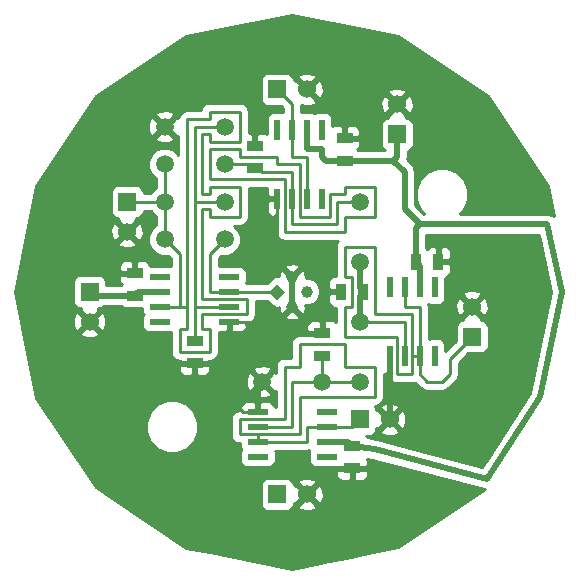
<source format=gbl>
G04 (created by PCBNEW (2013-07-07 BZR 4022)-stable) date 6/29/2014 3:42:37 PM*
%MOIN*%
G04 Gerber Fmt 3.4, Leading zero omitted, Abs format*
%FSLAX34Y34*%
G01*
G70*
G90*
G04 APERTURE LIST*
%ADD10C,0.00590551*%
%ADD11R,0.055X0.035*%
%ADD12R,0.035X0.055*%
%ADD13C,0.059*%
%ADD14R,0.06X0.06*%
%ADD15C,0.06*%
%ADD16C,0.039*%
%ADD17R,0.07X0.019*%
%ADD18R,0.019X0.07*%
%ADD19C,0.01*%
%ADD20C,0.02*%
G04 APERTURE END LIST*
G54D10*
G54D11*
X76500Y-62125D03*
X76500Y-61375D03*
X83750Y-67125D03*
X83750Y-67875D03*
G54D12*
X85875Y-61000D03*
X86625Y-61000D03*
G54D11*
X83500Y-57625D03*
X83500Y-56875D03*
X82750Y-64125D03*
X82750Y-63375D03*
G54D12*
X84125Y-62000D03*
X83375Y-62000D03*
G54D11*
X80500Y-57875D03*
X80500Y-57125D03*
X78500Y-63625D03*
X78500Y-64375D03*
G54D13*
X82750Y-65000D03*
X80750Y-65000D03*
X84000Y-63000D03*
X84000Y-65000D03*
X84000Y-59000D03*
X84000Y-61000D03*
X77500Y-57750D03*
X79500Y-57750D03*
X77500Y-60250D03*
X79500Y-60250D03*
X79500Y-56500D03*
X77500Y-56500D03*
X77500Y-59000D03*
X79500Y-59000D03*
G54D14*
X81250Y-68750D03*
G54D15*
X82250Y-68750D03*
G54D10*
G36*
X81250Y-62275D02*
X80974Y-62000D01*
X81250Y-61724D01*
X81525Y-62000D01*
X81250Y-62275D01*
X81250Y-62275D01*
G37*
G54D16*
X82250Y-62000D03*
X81750Y-61500D03*
X81750Y-62500D03*
G54D14*
X76250Y-59000D03*
G54D15*
X76250Y-60000D03*
G54D14*
X81250Y-55250D03*
G54D15*
X82250Y-55250D03*
G54D14*
X87750Y-63500D03*
G54D15*
X87750Y-62500D03*
G54D14*
X84000Y-66250D03*
G54D15*
X85000Y-66250D03*
G54D17*
X80600Y-67500D03*
X80600Y-67000D03*
X80600Y-66500D03*
X80600Y-66000D03*
X82900Y-66000D03*
X82900Y-66500D03*
X82900Y-67000D03*
X82900Y-67500D03*
G54D18*
X86500Y-64150D03*
X86000Y-64150D03*
X85500Y-64150D03*
X85000Y-64150D03*
X85000Y-61850D03*
X85500Y-61850D03*
X86000Y-61850D03*
X86500Y-61850D03*
X82750Y-58900D03*
X82250Y-58900D03*
X81750Y-58900D03*
X81250Y-58900D03*
X81250Y-56600D03*
X81750Y-56600D03*
X82250Y-56600D03*
X82750Y-56600D03*
G54D17*
X79650Y-61500D03*
X79650Y-62000D03*
X79650Y-62500D03*
X79650Y-63000D03*
X77350Y-63000D03*
X77350Y-62500D03*
X77350Y-62000D03*
X77350Y-61500D03*
G54D14*
X85250Y-56750D03*
G54D15*
X85250Y-55750D03*
G54D14*
X75000Y-62000D03*
G54D15*
X75000Y-63000D03*
G54D19*
X84250Y-59500D02*
X84500Y-59500D01*
X83000Y-59500D02*
X83000Y-58750D01*
X83500Y-59500D02*
X83500Y-60000D01*
X81500Y-59500D02*
X81500Y-60000D01*
X82000Y-59500D02*
X82000Y-58250D01*
X80000Y-58250D02*
X79000Y-58250D01*
X81500Y-58250D02*
X81500Y-59500D01*
X80000Y-58250D02*
X81500Y-58250D01*
X82000Y-57750D02*
X82000Y-58000D01*
X81250Y-57750D02*
X82000Y-57750D01*
X81250Y-57500D02*
X81250Y-57750D01*
X80000Y-57500D02*
X81250Y-57500D01*
X80000Y-57250D02*
X80000Y-57500D01*
X79000Y-57250D02*
X80000Y-57250D01*
X79000Y-58250D02*
X79000Y-57250D01*
X82000Y-58250D02*
X82000Y-58000D01*
X83000Y-59500D02*
X82000Y-59500D01*
X81500Y-60000D02*
X83000Y-60000D01*
X83000Y-60000D02*
X83500Y-60000D01*
X83000Y-58750D02*
X83500Y-58750D01*
X84250Y-59500D02*
X83500Y-59500D01*
X83500Y-58500D02*
X83500Y-58750D01*
X84500Y-58500D02*
X83500Y-58500D01*
X84500Y-59500D02*
X84500Y-58500D01*
X81750Y-59500D02*
X81750Y-59750D01*
X81750Y-58900D02*
X81750Y-59500D01*
X83250Y-59000D02*
X84000Y-59000D01*
X83250Y-59750D02*
X83250Y-59000D01*
X81750Y-59750D02*
X83250Y-59750D01*
X81750Y-58900D02*
X81750Y-58000D01*
X80625Y-57875D02*
X80500Y-57875D01*
X80750Y-58000D02*
X80625Y-57875D01*
X81750Y-58000D02*
X80750Y-58000D01*
X79500Y-57750D02*
X80375Y-57750D01*
X80375Y-57750D02*
X80500Y-57875D01*
X79500Y-57750D02*
X79500Y-57500D01*
X85000Y-63000D02*
X85500Y-63000D01*
X85500Y-64150D02*
X85500Y-63500D01*
X85000Y-63000D02*
X84000Y-63000D01*
X85500Y-63000D02*
X85500Y-63500D01*
G54D20*
X84000Y-63000D02*
X84000Y-62125D01*
X84000Y-62125D02*
X84125Y-62000D01*
X84000Y-61000D02*
X84000Y-61875D01*
X84000Y-61875D02*
X84125Y-62000D01*
G54D19*
X81250Y-66500D02*
X81500Y-66500D01*
X80500Y-66500D02*
X81250Y-66500D01*
X81750Y-65000D02*
X82750Y-65000D01*
X81750Y-66500D02*
X81750Y-65000D01*
X81500Y-66500D02*
X81750Y-66500D01*
X82750Y-65000D02*
X82750Y-64125D01*
X82750Y-65000D02*
X84000Y-65000D01*
X78500Y-59000D02*
X78500Y-62500D01*
X79650Y-62500D02*
X78500Y-62500D01*
X78500Y-62500D02*
X78500Y-63625D01*
X79500Y-56500D02*
X78500Y-56500D01*
X78500Y-59000D02*
X79500Y-59000D01*
X78500Y-56500D02*
X78500Y-59000D01*
X79650Y-62000D02*
X79000Y-62000D01*
X79000Y-60750D02*
X79500Y-60250D01*
X79000Y-61000D02*
X79000Y-60750D01*
X79000Y-62000D02*
X79000Y-61000D01*
X81250Y-62000D02*
X79650Y-62000D01*
X81750Y-57500D02*
X82250Y-57500D01*
X81750Y-56600D02*
X81750Y-57500D01*
X82250Y-57500D02*
X82250Y-58900D01*
X81750Y-56600D02*
X81750Y-55750D01*
X81750Y-55750D02*
X81250Y-55250D01*
X83500Y-61500D02*
X83750Y-61500D01*
X85750Y-64150D02*
X85750Y-64250D01*
X86000Y-64150D02*
X85750Y-64150D01*
X84500Y-62750D02*
X84500Y-62500D01*
X83500Y-61500D02*
X83500Y-61000D01*
X83500Y-61000D02*
X83500Y-60500D01*
X83500Y-60500D02*
X84500Y-60500D01*
X84500Y-60500D02*
X84500Y-62500D01*
X84000Y-63500D02*
X83500Y-63500D01*
X85250Y-63500D02*
X85250Y-64750D01*
X85750Y-64250D02*
X85750Y-64750D01*
X85750Y-63500D02*
X85750Y-64250D01*
X85250Y-64750D02*
X85750Y-64750D01*
X84000Y-63500D02*
X85250Y-63500D01*
X83500Y-63500D02*
X83500Y-63000D01*
X83500Y-63000D02*
X83500Y-62500D01*
X85750Y-62750D02*
X85750Y-63500D01*
X84750Y-62750D02*
X85750Y-62750D01*
X84750Y-62750D02*
X84500Y-62750D01*
X83750Y-62500D02*
X83500Y-62500D01*
X83750Y-61500D02*
X83750Y-62500D01*
X86000Y-63000D02*
X86000Y-62500D01*
X86000Y-64150D02*
X86000Y-63500D01*
X86000Y-63000D02*
X86000Y-63500D01*
X85500Y-62500D02*
X85500Y-61850D01*
X86000Y-62500D02*
X85500Y-62500D01*
X86000Y-64150D02*
X86000Y-64750D01*
X87000Y-64250D02*
X87750Y-63500D01*
X87000Y-64750D02*
X87000Y-64250D01*
X86750Y-65000D02*
X87000Y-64750D01*
X86250Y-65000D02*
X86750Y-65000D01*
X86000Y-64750D02*
X86250Y-65000D01*
X78000Y-62500D02*
X78250Y-62500D01*
X78250Y-62500D02*
X78250Y-63250D01*
X78250Y-63250D02*
X78000Y-63250D01*
X78000Y-63250D02*
X78000Y-63500D01*
X78000Y-63500D02*
X78000Y-64000D01*
X78000Y-64000D02*
X79000Y-64000D01*
X79000Y-64000D02*
X79000Y-63250D01*
X79000Y-63250D02*
X78750Y-63250D01*
X78750Y-63250D02*
X78750Y-62750D01*
X78750Y-62750D02*
X79250Y-62750D01*
X79250Y-62750D02*
X80250Y-62750D01*
X80250Y-62750D02*
X80250Y-62250D01*
X80250Y-62250D02*
X78750Y-62250D01*
X78750Y-62250D02*
X78750Y-61000D01*
X78750Y-61000D02*
X78750Y-59250D01*
X78750Y-59250D02*
X79000Y-59250D01*
X79000Y-59250D02*
X79000Y-59500D01*
X79000Y-59500D02*
X80000Y-59500D01*
X80000Y-59500D02*
X80000Y-58500D01*
X80000Y-58500D02*
X79000Y-58500D01*
X79000Y-58500D02*
X79000Y-58750D01*
X79000Y-58750D02*
X78750Y-58750D01*
X78750Y-58750D02*
X78750Y-56750D01*
X78750Y-56750D02*
X79000Y-56750D01*
X79000Y-56750D02*
X79000Y-57000D01*
X79000Y-57000D02*
X80000Y-57000D01*
X80000Y-57000D02*
X80000Y-56000D01*
X80000Y-56000D02*
X79000Y-56000D01*
X79000Y-56000D02*
X79000Y-56250D01*
X79000Y-56250D02*
X78250Y-56250D01*
X78250Y-56250D02*
X78250Y-60000D01*
X78250Y-60000D02*
X78250Y-62500D01*
X76250Y-59000D02*
X77500Y-59000D01*
X77500Y-59000D02*
X77500Y-57750D01*
X77500Y-60250D02*
X77500Y-59000D01*
X77350Y-62500D02*
X78000Y-62500D01*
X78000Y-60750D02*
X77500Y-60250D01*
X78000Y-61500D02*
X78000Y-60750D01*
X78000Y-62500D02*
X78000Y-61500D01*
X84250Y-65500D02*
X84500Y-65500D01*
X84500Y-64500D02*
X84500Y-64750D01*
X83500Y-64500D02*
X83750Y-64500D01*
X80000Y-66250D02*
X80000Y-66750D01*
X80000Y-66750D02*
X80600Y-66750D01*
X80600Y-66750D02*
X82000Y-66750D01*
X82000Y-66750D02*
X82000Y-66000D01*
X82000Y-66000D02*
X82000Y-65500D01*
X82000Y-65500D02*
X82750Y-65500D01*
X82750Y-65500D02*
X84250Y-65500D01*
X84500Y-65250D02*
X84500Y-65000D01*
X84500Y-65000D02*
X84500Y-64750D01*
X84250Y-64500D02*
X83750Y-64500D01*
X83500Y-64500D02*
X83500Y-63750D01*
X83500Y-63750D02*
X82000Y-63750D01*
X82000Y-63750D02*
X82000Y-64500D01*
X82000Y-64500D02*
X81500Y-64500D01*
X81500Y-64500D02*
X81500Y-65500D01*
X81500Y-65500D02*
X81500Y-66250D01*
X81500Y-66250D02*
X80000Y-66250D01*
X84250Y-64500D02*
X84500Y-64500D01*
X84500Y-65500D02*
X84500Y-65250D01*
X80600Y-67000D02*
X80600Y-66750D01*
X82250Y-66500D02*
X82250Y-67000D01*
X81750Y-67000D02*
X81500Y-67000D01*
X80500Y-67000D02*
X81500Y-67000D01*
X82250Y-66500D02*
X82900Y-66500D01*
X82250Y-67000D02*
X81750Y-67000D01*
X82900Y-66500D02*
X83750Y-66500D01*
X83750Y-66500D02*
X84000Y-66250D01*
G54D20*
X75000Y-62000D02*
X75125Y-62125D01*
X75125Y-62125D02*
X76500Y-62125D01*
X76500Y-62125D02*
X76625Y-62000D01*
X76625Y-62000D02*
X77350Y-62000D01*
X82750Y-57250D02*
X82750Y-57500D01*
X82750Y-57500D02*
X82875Y-57625D01*
X82250Y-57250D02*
X82750Y-57250D01*
X82875Y-57625D02*
X83750Y-57625D01*
X82250Y-56600D02*
X82250Y-57250D01*
X85250Y-56750D02*
X85250Y-57500D01*
X85250Y-57500D02*
X85125Y-57625D01*
X83750Y-57625D02*
X85125Y-57625D01*
X85125Y-57625D02*
X85500Y-58000D01*
X85500Y-58000D02*
X85500Y-59250D01*
X85500Y-59250D02*
X86000Y-59750D01*
X86250Y-59750D02*
X86000Y-59750D01*
X86000Y-59750D02*
X85875Y-59875D01*
X85875Y-59875D02*
X85875Y-61000D01*
X84500Y-67250D02*
X83750Y-67125D01*
X86250Y-59750D02*
X90250Y-59750D01*
X90250Y-59750D02*
X90750Y-62000D01*
X90750Y-62000D02*
X90000Y-65500D01*
X90000Y-65500D02*
X88250Y-68250D01*
X88250Y-68250D02*
X84500Y-67250D01*
X86000Y-61850D02*
X86000Y-61125D01*
X86000Y-61125D02*
X85875Y-61000D01*
X83000Y-67000D02*
X83625Y-67000D01*
X83625Y-67000D02*
X83750Y-67125D01*
G54D19*
X80600Y-66000D02*
X80100Y-66000D01*
X80100Y-66000D02*
X80000Y-65900D01*
X80000Y-65900D02*
X80000Y-65750D01*
X80000Y-65750D02*
X80750Y-65000D01*
X79650Y-63000D02*
X81300Y-63000D01*
X81300Y-63000D02*
X81750Y-62550D01*
X81750Y-62550D02*
X81750Y-62500D01*
X81250Y-58900D02*
X81250Y-61000D01*
X81250Y-61000D02*
X81750Y-61500D01*
G54D20*
X85000Y-66250D02*
X85000Y-64150D01*
X80600Y-66000D02*
X80600Y-65150D01*
X80600Y-65150D02*
X80750Y-65000D01*
X81750Y-61500D02*
X81750Y-62500D01*
G54D10*
G36*
X90391Y-62004D02*
X89669Y-65369D01*
X88304Y-67512D01*
X88304Y-62581D01*
X88293Y-62363D01*
X88231Y-62212D01*
X88135Y-62184D01*
X88065Y-62255D01*
X88065Y-62114D01*
X88037Y-62018D01*
X87831Y-61945D01*
X87613Y-61956D01*
X87462Y-62018D01*
X87434Y-62114D01*
X87750Y-62429D01*
X88065Y-62114D01*
X88065Y-62255D01*
X87820Y-62500D01*
X88135Y-62815D01*
X88231Y-62787D01*
X88304Y-62581D01*
X88304Y-67512D01*
X88093Y-67844D01*
X85554Y-67168D01*
X85554Y-66331D01*
X85543Y-66113D01*
X85481Y-65962D01*
X85385Y-65934D01*
X85315Y-66005D01*
X85315Y-65864D01*
X85287Y-65768D01*
X85081Y-65695D01*
X84863Y-65706D01*
X84712Y-65768D01*
X84684Y-65864D01*
X85000Y-66179D01*
X85315Y-65864D01*
X85315Y-66005D01*
X85070Y-66250D01*
X85385Y-66565D01*
X85481Y-66537D01*
X85554Y-66331D01*
X85554Y-67168D01*
X85315Y-67104D01*
X85315Y-66635D01*
X85000Y-66320D01*
X84684Y-66635D01*
X84712Y-66731D01*
X84918Y-66804D01*
X85136Y-66793D01*
X85287Y-66731D01*
X85315Y-66635D01*
X85315Y-67104D01*
X84589Y-66911D01*
X84571Y-66910D01*
X84557Y-66905D01*
X84256Y-66854D01*
X84237Y-66808D01*
X84228Y-66800D01*
X84349Y-66800D01*
X84441Y-66762D01*
X84511Y-66691D01*
X84549Y-66599D01*
X84550Y-66546D01*
X84614Y-66565D01*
X84929Y-66250D01*
X84614Y-65934D01*
X84550Y-65953D01*
X84550Y-65900D01*
X84512Y-65808D01*
X84502Y-65799D01*
X84614Y-65777D01*
X84712Y-65712D01*
X84777Y-65614D01*
X84800Y-65500D01*
X84800Y-65250D01*
X84800Y-65000D01*
X84800Y-64750D01*
X84800Y-64727D01*
X84855Y-64750D01*
X84890Y-64750D01*
X84949Y-64690D01*
X84949Y-64750D01*
X84950Y-64750D01*
X84972Y-64864D01*
X85037Y-64962D01*
X85135Y-65027D01*
X85250Y-65050D01*
X85750Y-65050D01*
X85854Y-65029D01*
X86037Y-65212D01*
X86037Y-65212D01*
X86135Y-65277D01*
X86250Y-65300D01*
X86750Y-65300D01*
X86750Y-65299D01*
X86864Y-65277D01*
X86864Y-65277D01*
X86962Y-65212D01*
X87212Y-64962D01*
X87212Y-64962D01*
X87277Y-64864D01*
X87299Y-64750D01*
X87300Y-64750D01*
X87300Y-64374D01*
X87624Y-64050D01*
X88099Y-64050D01*
X88191Y-64012D01*
X88261Y-63941D01*
X88299Y-63849D01*
X88300Y-63750D01*
X88300Y-63150D01*
X88262Y-63058D01*
X88191Y-62988D01*
X88099Y-62950D01*
X88046Y-62949D01*
X88065Y-62885D01*
X87750Y-62570D01*
X87679Y-62641D01*
X87679Y-62500D01*
X87364Y-62184D01*
X87268Y-62212D01*
X87195Y-62418D01*
X87206Y-62636D01*
X87268Y-62787D01*
X87364Y-62815D01*
X87679Y-62500D01*
X87679Y-62641D01*
X87434Y-62885D01*
X87453Y-62949D01*
X87400Y-62949D01*
X87308Y-62987D01*
X87238Y-63058D01*
X87200Y-63150D01*
X87199Y-63249D01*
X87199Y-63625D01*
X86845Y-63980D01*
X86845Y-63750D01*
X86807Y-63658D01*
X86736Y-63588D01*
X86644Y-63550D01*
X86545Y-63549D01*
X86355Y-63549D01*
X86300Y-63572D01*
X86300Y-63500D01*
X86300Y-63000D01*
X86300Y-62500D01*
X86284Y-62420D01*
X86355Y-62449D01*
X86454Y-62450D01*
X86644Y-62450D01*
X86736Y-62412D01*
X86806Y-62341D01*
X86844Y-62249D01*
X86845Y-62150D01*
X86845Y-61525D01*
X86849Y-61525D01*
X86941Y-61487D01*
X87011Y-61416D01*
X87049Y-61324D01*
X87050Y-61225D01*
X87050Y-60774D01*
X87049Y-60675D01*
X87011Y-60583D01*
X86941Y-60512D01*
X86849Y-60474D01*
X86737Y-60475D01*
X86675Y-60537D01*
X86675Y-60950D01*
X86987Y-60950D01*
X87050Y-60887D01*
X87050Y-60774D01*
X87050Y-61225D01*
X87050Y-61112D01*
X86987Y-61050D01*
X86675Y-61050D01*
X86675Y-61057D01*
X86575Y-61057D01*
X86575Y-61050D01*
X86567Y-61050D01*
X86567Y-60950D01*
X86575Y-60950D01*
X86575Y-60537D01*
X86512Y-60475D01*
X86400Y-60474D01*
X86308Y-60512D01*
X86249Y-60571D01*
X86225Y-60546D01*
X86225Y-60100D01*
X86250Y-60100D01*
X89969Y-60100D01*
X90391Y-62004D01*
X90391Y-62004D01*
G37*
G54D19*
X90391Y-62004D02*
X89669Y-65369D01*
X88304Y-67512D01*
X88304Y-62581D01*
X88293Y-62363D01*
X88231Y-62212D01*
X88135Y-62184D01*
X88065Y-62255D01*
X88065Y-62114D01*
X88037Y-62018D01*
X87831Y-61945D01*
X87613Y-61956D01*
X87462Y-62018D01*
X87434Y-62114D01*
X87750Y-62429D01*
X88065Y-62114D01*
X88065Y-62255D01*
X87820Y-62500D01*
X88135Y-62815D01*
X88231Y-62787D01*
X88304Y-62581D01*
X88304Y-67512D01*
X88093Y-67844D01*
X85554Y-67168D01*
X85554Y-66331D01*
X85543Y-66113D01*
X85481Y-65962D01*
X85385Y-65934D01*
X85315Y-66005D01*
X85315Y-65864D01*
X85287Y-65768D01*
X85081Y-65695D01*
X84863Y-65706D01*
X84712Y-65768D01*
X84684Y-65864D01*
X85000Y-66179D01*
X85315Y-65864D01*
X85315Y-66005D01*
X85070Y-66250D01*
X85385Y-66565D01*
X85481Y-66537D01*
X85554Y-66331D01*
X85554Y-67168D01*
X85315Y-67104D01*
X85315Y-66635D01*
X85000Y-66320D01*
X84684Y-66635D01*
X84712Y-66731D01*
X84918Y-66804D01*
X85136Y-66793D01*
X85287Y-66731D01*
X85315Y-66635D01*
X85315Y-67104D01*
X84589Y-66911D01*
X84571Y-66910D01*
X84557Y-66905D01*
X84256Y-66854D01*
X84237Y-66808D01*
X84228Y-66800D01*
X84349Y-66800D01*
X84441Y-66762D01*
X84511Y-66691D01*
X84549Y-66599D01*
X84550Y-66546D01*
X84614Y-66565D01*
X84929Y-66250D01*
X84614Y-65934D01*
X84550Y-65953D01*
X84550Y-65900D01*
X84512Y-65808D01*
X84502Y-65799D01*
X84614Y-65777D01*
X84712Y-65712D01*
X84777Y-65614D01*
X84800Y-65500D01*
X84800Y-65250D01*
X84800Y-65000D01*
X84800Y-64750D01*
X84800Y-64727D01*
X84855Y-64750D01*
X84890Y-64750D01*
X84949Y-64690D01*
X84949Y-64750D01*
X84950Y-64750D01*
X84972Y-64864D01*
X85037Y-64962D01*
X85135Y-65027D01*
X85250Y-65050D01*
X85750Y-65050D01*
X85854Y-65029D01*
X86037Y-65212D01*
X86037Y-65212D01*
X86135Y-65277D01*
X86250Y-65300D01*
X86750Y-65300D01*
X86750Y-65299D01*
X86864Y-65277D01*
X86864Y-65277D01*
X86962Y-65212D01*
X87212Y-64962D01*
X87212Y-64962D01*
X87277Y-64864D01*
X87299Y-64750D01*
X87300Y-64750D01*
X87300Y-64374D01*
X87624Y-64050D01*
X88099Y-64050D01*
X88191Y-64012D01*
X88261Y-63941D01*
X88299Y-63849D01*
X88300Y-63750D01*
X88300Y-63150D01*
X88262Y-63058D01*
X88191Y-62988D01*
X88099Y-62950D01*
X88046Y-62949D01*
X88065Y-62885D01*
X87750Y-62570D01*
X87679Y-62641D01*
X87679Y-62500D01*
X87364Y-62184D01*
X87268Y-62212D01*
X87195Y-62418D01*
X87206Y-62636D01*
X87268Y-62787D01*
X87364Y-62815D01*
X87679Y-62500D01*
X87679Y-62641D01*
X87434Y-62885D01*
X87453Y-62949D01*
X87400Y-62949D01*
X87308Y-62987D01*
X87238Y-63058D01*
X87200Y-63150D01*
X87199Y-63249D01*
X87199Y-63625D01*
X86845Y-63980D01*
X86845Y-63750D01*
X86807Y-63658D01*
X86736Y-63588D01*
X86644Y-63550D01*
X86545Y-63549D01*
X86355Y-63549D01*
X86300Y-63572D01*
X86300Y-63500D01*
X86300Y-63000D01*
X86300Y-62500D01*
X86284Y-62420D01*
X86355Y-62449D01*
X86454Y-62450D01*
X86644Y-62450D01*
X86736Y-62412D01*
X86806Y-62341D01*
X86844Y-62249D01*
X86845Y-62150D01*
X86845Y-61525D01*
X86849Y-61525D01*
X86941Y-61487D01*
X87011Y-61416D01*
X87049Y-61324D01*
X87050Y-61225D01*
X87050Y-60774D01*
X87049Y-60675D01*
X87011Y-60583D01*
X86941Y-60512D01*
X86849Y-60474D01*
X86737Y-60475D01*
X86675Y-60537D01*
X86675Y-60950D01*
X86987Y-60950D01*
X87050Y-60887D01*
X87050Y-60774D01*
X87050Y-61225D01*
X87050Y-61112D01*
X86987Y-61050D01*
X86675Y-61050D01*
X86675Y-61057D01*
X86575Y-61057D01*
X86575Y-61050D01*
X86567Y-61050D01*
X86567Y-60950D01*
X86575Y-60950D01*
X86575Y-60537D01*
X86512Y-60475D01*
X86400Y-60474D01*
X86308Y-60512D01*
X86249Y-60571D01*
X86225Y-60546D01*
X86225Y-60100D01*
X86250Y-60100D01*
X89969Y-60100D01*
X90391Y-62004D01*
G54D10*
G36*
X90476Y-59488D02*
X90465Y-59481D01*
X90438Y-59454D01*
X90409Y-59443D01*
X90383Y-59426D01*
X90346Y-59419D01*
X90310Y-59405D01*
X90280Y-59405D01*
X90250Y-59400D01*
X87344Y-59400D01*
X87495Y-59249D01*
X87629Y-58925D01*
X87630Y-58575D01*
X87496Y-58252D01*
X87249Y-58004D01*
X86925Y-57870D01*
X86575Y-57869D01*
X86252Y-58003D01*
X86004Y-58250D01*
X85870Y-58574D01*
X85869Y-58924D01*
X86003Y-59247D01*
X86155Y-59400D01*
X86144Y-59400D01*
X85850Y-59105D01*
X85850Y-58000D01*
X85823Y-57866D01*
X85804Y-57838D01*
X85804Y-55831D01*
X85793Y-55613D01*
X85731Y-55462D01*
X85635Y-55434D01*
X85565Y-55505D01*
X85565Y-55364D01*
X85537Y-55268D01*
X85331Y-55195D01*
X85113Y-55206D01*
X84962Y-55268D01*
X84934Y-55364D01*
X85250Y-55679D01*
X85565Y-55364D01*
X85565Y-55505D01*
X85320Y-55750D01*
X85635Y-56065D01*
X85731Y-56037D01*
X85804Y-55831D01*
X85804Y-57838D01*
X85747Y-57752D01*
X85582Y-57587D01*
X85600Y-57500D01*
X85599Y-57500D01*
X85600Y-57500D01*
X85600Y-57299D01*
X85691Y-57262D01*
X85761Y-57191D01*
X85799Y-57099D01*
X85800Y-57000D01*
X85800Y-56400D01*
X85762Y-56308D01*
X85691Y-56238D01*
X85599Y-56200D01*
X85546Y-56199D01*
X85565Y-56135D01*
X85250Y-55820D01*
X85179Y-55891D01*
X85179Y-55750D01*
X84864Y-55434D01*
X84768Y-55462D01*
X84695Y-55668D01*
X84706Y-55886D01*
X84768Y-56037D01*
X84864Y-56065D01*
X85179Y-55750D01*
X85179Y-55891D01*
X84934Y-56135D01*
X84953Y-56199D01*
X84900Y-56199D01*
X84808Y-56237D01*
X84738Y-56308D01*
X84700Y-56400D01*
X84699Y-56499D01*
X84699Y-57099D01*
X84737Y-57191D01*
X84808Y-57261D01*
X84839Y-57275D01*
X83953Y-57275D01*
X83928Y-57250D01*
X83987Y-57191D01*
X84025Y-57099D01*
X84025Y-56650D01*
X83987Y-56558D01*
X83916Y-56488D01*
X83824Y-56450D01*
X83725Y-56449D01*
X83612Y-56450D01*
X83550Y-56512D01*
X83550Y-56825D01*
X83962Y-56825D01*
X84025Y-56762D01*
X84025Y-56650D01*
X84025Y-57099D01*
X84025Y-56987D01*
X83962Y-56925D01*
X83550Y-56925D01*
X83550Y-56932D01*
X83450Y-56932D01*
X83450Y-56925D01*
X83442Y-56925D01*
X83442Y-56825D01*
X83450Y-56825D01*
X83450Y-56512D01*
X83387Y-56450D01*
X83274Y-56449D01*
X83175Y-56450D01*
X83095Y-56483D01*
X83095Y-56200D01*
X83057Y-56108D01*
X82986Y-56038D01*
X82894Y-56000D01*
X82804Y-55999D01*
X82804Y-55331D01*
X82793Y-55113D01*
X82731Y-54962D01*
X82635Y-54934D01*
X82565Y-55005D01*
X82565Y-54864D01*
X82537Y-54768D01*
X82331Y-54695D01*
X82113Y-54706D01*
X81962Y-54768D01*
X81934Y-54864D01*
X82250Y-55179D01*
X82565Y-54864D01*
X82565Y-55005D01*
X82320Y-55250D01*
X82635Y-55565D01*
X82731Y-55537D01*
X82804Y-55331D01*
X82804Y-55999D01*
X82795Y-55999D01*
X82605Y-55999D01*
X82513Y-56037D01*
X82500Y-56051D01*
X82486Y-56038D01*
X82394Y-56000D01*
X82295Y-55999D01*
X82105Y-55999D01*
X82050Y-56022D01*
X82050Y-55762D01*
X82168Y-55804D01*
X82386Y-55793D01*
X82537Y-55731D01*
X82565Y-55635D01*
X82250Y-55320D01*
X82244Y-55326D01*
X82173Y-55255D01*
X82179Y-55250D01*
X81864Y-54934D01*
X81800Y-54953D01*
X81800Y-54900D01*
X81762Y-54808D01*
X81691Y-54738D01*
X81599Y-54700D01*
X81500Y-54699D01*
X80900Y-54699D01*
X80808Y-54737D01*
X80738Y-54808D01*
X80700Y-54900D01*
X80699Y-54999D01*
X80699Y-55599D01*
X80737Y-55691D01*
X80808Y-55761D01*
X80900Y-55799D01*
X80999Y-55800D01*
X81375Y-55800D01*
X81450Y-55874D01*
X81450Y-56022D01*
X81394Y-56000D01*
X81295Y-55999D01*
X81105Y-55999D01*
X81013Y-56037D01*
X80943Y-56108D01*
X80905Y-56200D01*
X80904Y-56299D01*
X80904Y-56733D01*
X80824Y-56700D01*
X80725Y-56699D01*
X80612Y-56700D01*
X80550Y-56762D01*
X80550Y-57075D01*
X80557Y-57075D01*
X80557Y-57175D01*
X80550Y-57175D01*
X80550Y-57182D01*
X80450Y-57182D01*
X80450Y-57175D01*
X80442Y-57175D01*
X80442Y-57075D01*
X80450Y-57075D01*
X80450Y-56762D01*
X80387Y-56700D01*
X80300Y-56699D01*
X80300Y-56000D01*
X80277Y-55885D01*
X80212Y-55787D01*
X80114Y-55722D01*
X80000Y-55700D01*
X79000Y-55700D01*
X78885Y-55722D01*
X78787Y-55787D01*
X78722Y-55885D01*
X78709Y-55950D01*
X78250Y-55950D01*
X78135Y-55972D01*
X78037Y-56037D01*
X77972Y-56135D01*
X77958Y-56209D01*
X77882Y-56188D01*
X77811Y-56259D01*
X77811Y-56117D01*
X77784Y-56022D01*
X77580Y-55950D01*
X77364Y-55961D01*
X77215Y-56022D01*
X77188Y-56117D01*
X77500Y-56429D01*
X77811Y-56117D01*
X77811Y-56259D01*
X77570Y-56500D01*
X77882Y-56811D01*
X77950Y-56792D01*
X77950Y-57429D01*
X77811Y-57290D01*
X77811Y-56882D01*
X77500Y-56570D01*
X77429Y-56641D01*
X77429Y-56500D01*
X77117Y-56188D01*
X77022Y-56215D01*
X76950Y-56419D01*
X76961Y-56635D01*
X77022Y-56784D01*
X77117Y-56811D01*
X77429Y-56500D01*
X77429Y-56641D01*
X77188Y-56882D01*
X77215Y-56977D01*
X77419Y-57049D01*
X77635Y-57038D01*
X77784Y-56977D01*
X77811Y-56882D01*
X77811Y-57290D01*
X77809Y-57288D01*
X77608Y-57205D01*
X77392Y-57204D01*
X77191Y-57287D01*
X77038Y-57440D01*
X76955Y-57641D01*
X76954Y-57857D01*
X77037Y-58058D01*
X77190Y-58211D01*
X77200Y-58215D01*
X77200Y-58534D01*
X77191Y-58537D01*
X77038Y-58690D01*
X77034Y-58700D01*
X76800Y-58700D01*
X76800Y-58650D01*
X76762Y-58558D01*
X76691Y-58488D01*
X76599Y-58450D01*
X76500Y-58449D01*
X75900Y-58449D01*
X75808Y-58487D01*
X75738Y-58558D01*
X75700Y-58650D01*
X75699Y-58749D01*
X75699Y-59349D01*
X75737Y-59441D01*
X75808Y-59511D01*
X75900Y-59549D01*
X75953Y-59550D01*
X75934Y-59614D01*
X76250Y-59929D01*
X76565Y-59614D01*
X76546Y-59550D01*
X76599Y-59550D01*
X76691Y-59512D01*
X76761Y-59441D01*
X76799Y-59349D01*
X76799Y-59300D01*
X77034Y-59300D01*
X77037Y-59308D01*
X77190Y-59461D01*
X77200Y-59465D01*
X77200Y-59784D01*
X77191Y-59787D01*
X77038Y-59940D01*
X76955Y-60141D01*
X76954Y-60357D01*
X77037Y-60558D01*
X77190Y-60711D01*
X77391Y-60794D01*
X77607Y-60795D01*
X77617Y-60791D01*
X77700Y-60874D01*
X77700Y-61155D01*
X77650Y-61154D01*
X77025Y-61154D01*
X77025Y-61150D01*
X76987Y-61058D01*
X76916Y-60988D01*
X76824Y-60950D01*
X76804Y-60950D01*
X76804Y-60081D01*
X76793Y-59863D01*
X76731Y-59712D01*
X76635Y-59684D01*
X76320Y-60000D01*
X76635Y-60315D01*
X76731Y-60287D01*
X76804Y-60081D01*
X76804Y-60950D01*
X76725Y-60949D01*
X76612Y-60950D01*
X76565Y-60997D01*
X76565Y-60385D01*
X76250Y-60070D01*
X76179Y-60141D01*
X76179Y-60000D01*
X75864Y-59684D01*
X75768Y-59712D01*
X75695Y-59918D01*
X75706Y-60136D01*
X75768Y-60287D01*
X75864Y-60315D01*
X76179Y-60000D01*
X76179Y-60141D01*
X75934Y-60385D01*
X75962Y-60481D01*
X76168Y-60554D01*
X76386Y-60543D01*
X76537Y-60481D01*
X76565Y-60385D01*
X76565Y-60997D01*
X76550Y-61012D01*
X76550Y-61325D01*
X76557Y-61325D01*
X76557Y-61425D01*
X76550Y-61425D01*
X76550Y-61432D01*
X76450Y-61432D01*
X76450Y-61425D01*
X76450Y-61325D01*
X76450Y-61012D01*
X76387Y-60950D01*
X76274Y-60949D01*
X76175Y-60950D01*
X76083Y-60988D01*
X76012Y-61058D01*
X75974Y-61150D01*
X75975Y-61262D01*
X76037Y-61325D01*
X76450Y-61325D01*
X76450Y-61425D01*
X76037Y-61425D01*
X75975Y-61487D01*
X75974Y-61599D01*
X76012Y-61691D01*
X76071Y-61750D01*
X76046Y-61775D01*
X75550Y-61775D01*
X75550Y-61650D01*
X75512Y-61558D01*
X75441Y-61488D01*
X75349Y-61450D01*
X75250Y-61449D01*
X74650Y-61449D01*
X74558Y-61487D01*
X74488Y-61558D01*
X74450Y-61650D01*
X74449Y-61749D01*
X74449Y-62349D01*
X74487Y-62441D01*
X74558Y-62511D01*
X74650Y-62549D01*
X74703Y-62550D01*
X74684Y-62614D01*
X75000Y-62929D01*
X75315Y-62614D01*
X75296Y-62550D01*
X75349Y-62550D01*
X75441Y-62512D01*
X75478Y-62475D01*
X76046Y-62475D01*
X76083Y-62511D01*
X76175Y-62549D01*
X76274Y-62550D01*
X76749Y-62550D01*
X76749Y-62644D01*
X76787Y-62736D01*
X76801Y-62749D01*
X76788Y-62763D01*
X76750Y-62855D01*
X76749Y-62954D01*
X76749Y-63144D01*
X76787Y-63236D01*
X76858Y-63306D01*
X76950Y-63344D01*
X77049Y-63345D01*
X77700Y-63345D01*
X77700Y-63500D01*
X77700Y-64000D01*
X77722Y-64114D01*
X77787Y-64212D01*
X77885Y-64277D01*
X78000Y-64300D01*
X78012Y-64300D01*
X78037Y-64325D01*
X78450Y-64325D01*
X78450Y-64317D01*
X78550Y-64317D01*
X78550Y-64325D01*
X78962Y-64325D01*
X78987Y-64300D01*
X79000Y-64300D01*
X79114Y-64277D01*
X79212Y-64212D01*
X79277Y-64114D01*
X79300Y-64000D01*
X79300Y-63344D01*
X79349Y-63345D01*
X79537Y-63345D01*
X79600Y-63282D01*
X79600Y-63050D01*
X79700Y-63050D01*
X79700Y-63282D01*
X79762Y-63345D01*
X79950Y-63345D01*
X80049Y-63344D01*
X80141Y-63306D01*
X80212Y-63236D01*
X80250Y-63144D01*
X80250Y-63110D01*
X80190Y-63050D01*
X80250Y-63050D01*
X80250Y-63050D01*
X80364Y-63027D01*
X80462Y-62962D01*
X80527Y-62864D01*
X80550Y-62750D01*
X80550Y-62300D01*
X80920Y-62300D01*
X81108Y-62487D01*
X81200Y-62525D01*
X81299Y-62525D01*
X81305Y-62523D01*
X81312Y-62619D01*
X81355Y-62724D01*
X81440Y-62739D01*
X81679Y-62500D01*
X81673Y-62494D01*
X81744Y-62423D01*
X81750Y-62429D01*
X81755Y-62423D01*
X81826Y-62494D01*
X81820Y-62500D01*
X82059Y-62739D01*
X82144Y-62724D01*
X82200Y-62556D01*
X82192Y-62444D01*
X82338Y-62445D01*
X82501Y-62377D01*
X82627Y-62252D01*
X82694Y-62088D01*
X82695Y-61911D01*
X82627Y-61748D01*
X82502Y-61622D01*
X82338Y-61555D01*
X82200Y-61554D01*
X82187Y-61380D01*
X82144Y-61275D01*
X82059Y-61260D01*
X81989Y-61331D01*
X81989Y-61190D01*
X81974Y-61105D01*
X81806Y-61049D01*
X81630Y-61062D01*
X81525Y-61105D01*
X81510Y-61190D01*
X81750Y-61429D01*
X81989Y-61190D01*
X81989Y-61331D01*
X81820Y-61500D01*
X81826Y-61505D01*
X81755Y-61576D01*
X81750Y-61570D01*
X81744Y-61576D01*
X81673Y-61505D01*
X81679Y-61500D01*
X81440Y-61260D01*
X81355Y-61275D01*
X81299Y-61443D01*
X81302Y-61475D01*
X81299Y-61474D01*
X81200Y-61474D01*
X81108Y-61512D01*
X81038Y-61582D01*
X80920Y-61700D01*
X80227Y-61700D01*
X80249Y-61644D01*
X80250Y-61545D01*
X80250Y-61355D01*
X80212Y-61263D01*
X80141Y-61193D01*
X80049Y-61155D01*
X79950Y-61154D01*
X79300Y-61154D01*
X79300Y-61000D01*
X79300Y-60874D01*
X79382Y-60791D01*
X79391Y-60794D01*
X79607Y-60795D01*
X79808Y-60712D01*
X79961Y-60559D01*
X80044Y-60358D01*
X80045Y-60142D01*
X79962Y-59941D01*
X79820Y-59800D01*
X80000Y-59800D01*
X80114Y-59777D01*
X80212Y-59712D01*
X80277Y-59614D01*
X80300Y-59500D01*
X80300Y-58550D01*
X80905Y-58550D01*
X80904Y-58599D01*
X80905Y-58787D01*
X80967Y-58850D01*
X81200Y-58850D01*
X81200Y-58950D01*
X80967Y-58950D01*
X80905Y-59012D01*
X80904Y-59200D01*
X80905Y-59299D01*
X80943Y-59391D01*
X81013Y-59462D01*
X81105Y-59500D01*
X81140Y-59500D01*
X81199Y-59440D01*
X81199Y-59500D01*
X81200Y-59500D01*
X81200Y-60000D01*
X81222Y-60114D01*
X81287Y-60212D01*
X81385Y-60277D01*
X81500Y-60300D01*
X83000Y-60300D01*
X83279Y-60300D01*
X83222Y-60385D01*
X83200Y-60500D01*
X83200Y-61000D01*
X83200Y-61474D01*
X83150Y-61474D01*
X83058Y-61512D01*
X82988Y-61583D01*
X82950Y-61675D01*
X82949Y-61774D01*
X82950Y-61887D01*
X83012Y-61950D01*
X83325Y-61950D01*
X83325Y-61942D01*
X83425Y-61942D01*
X83425Y-61950D01*
X83432Y-61950D01*
X83432Y-62050D01*
X83425Y-62050D01*
X83425Y-62057D01*
X83325Y-62057D01*
X83325Y-62050D01*
X83012Y-62050D01*
X82950Y-62112D01*
X82949Y-62225D01*
X82950Y-62324D01*
X82988Y-62416D01*
X83058Y-62487D01*
X83150Y-62525D01*
X83200Y-62525D01*
X83200Y-63000D01*
X83200Y-63021D01*
X83166Y-62988D01*
X83074Y-62950D01*
X82975Y-62949D01*
X82862Y-62950D01*
X82800Y-63012D01*
X82800Y-63325D01*
X82807Y-63325D01*
X82807Y-63425D01*
X82800Y-63425D01*
X82800Y-63432D01*
X82700Y-63432D01*
X82700Y-63425D01*
X82700Y-63325D01*
X82700Y-63012D01*
X82637Y-62950D01*
X82524Y-62949D01*
X82425Y-62950D01*
X82333Y-62988D01*
X82262Y-63058D01*
X82224Y-63150D01*
X82225Y-63262D01*
X82287Y-63325D01*
X82700Y-63325D01*
X82700Y-63425D01*
X82287Y-63425D01*
X82262Y-63450D01*
X82000Y-63450D01*
X81989Y-63452D01*
X81989Y-62809D01*
X81750Y-62570D01*
X81510Y-62809D01*
X81525Y-62894D01*
X81693Y-62950D01*
X81869Y-62937D01*
X81974Y-62894D01*
X81989Y-62809D01*
X81989Y-63452D01*
X81885Y-63472D01*
X81787Y-63537D01*
X81722Y-63635D01*
X81700Y-63750D01*
X81700Y-64200D01*
X81500Y-64200D01*
X81385Y-64222D01*
X81287Y-64287D01*
X81222Y-64385D01*
X81200Y-64500D01*
X81200Y-64707D01*
X81132Y-64688D01*
X81061Y-64759D01*
X81061Y-64617D01*
X81034Y-64522D01*
X80830Y-64450D01*
X80614Y-64461D01*
X80465Y-64522D01*
X80438Y-64617D01*
X80750Y-64929D01*
X81061Y-64617D01*
X81061Y-64759D01*
X80820Y-65000D01*
X81132Y-65311D01*
X81200Y-65292D01*
X81200Y-65500D01*
X81200Y-65855D01*
X81162Y-65763D01*
X81091Y-65693D01*
X81061Y-65680D01*
X81061Y-65382D01*
X80750Y-65070D01*
X80679Y-65141D01*
X80679Y-65000D01*
X80367Y-64688D01*
X80272Y-64715D01*
X80200Y-64919D01*
X80211Y-65135D01*
X80272Y-65284D01*
X80367Y-65311D01*
X80679Y-65000D01*
X80679Y-65141D01*
X80438Y-65382D01*
X80465Y-65477D01*
X80669Y-65549D01*
X80885Y-65538D01*
X81034Y-65477D01*
X81061Y-65382D01*
X81061Y-65680D01*
X80999Y-65655D01*
X80900Y-65654D01*
X80712Y-65655D01*
X80650Y-65717D01*
X80650Y-65950D01*
X80550Y-65950D01*
X80550Y-65717D01*
X80487Y-65655D01*
X80299Y-65654D01*
X80200Y-65655D01*
X80108Y-65693D01*
X80037Y-65763D01*
X79999Y-65855D01*
X80000Y-65890D01*
X80059Y-65949D01*
X80000Y-65949D01*
X80000Y-65950D01*
X79885Y-65972D01*
X79787Y-66037D01*
X79722Y-66135D01*
X79700Y-66250D01*
X79700Y-66750D01*
X79722Y-66864D01*
X79787Y-66962D01*
X79885Y-67027D01*
X79999Y-67049D01*
X79999Y-67144D01*
X80037Y-67236D01*
X80051Y-67249D01*
X80038Y-67263D01*
X80000Y-67355D01*
X79999Y-67454D01*
X79999Y-67644D01*
X80037Y-67736D01*
X80108Y-67806D01*
X80200Y-67844D01*
X80299Y-67845D01*
X80999Y-67845D01*
X81091Y-67807D01*
X81161Y-67736D01*
X81199Y-67644D01*
X81200Y-67545D01*
X81200Y-67355D01*
X81177Y-67300D01*
X81500Y-67300D01*
X81750Y-67300D01*
X82250Y-67300D01*
X82329Y-67284D01*
X82300Y-67355D01*
X82299Y-67454D01*
X82299Y-67644D01*
X82337Y-67736D01*
X82408Y-67806D01*
X82500Y-67844D01*
X82599Y-67845D01*
X83299Y-67845D01*
X83348Y-67825D01*
X83700Y-67825D01*
X83700Y-67817D01*
X83800Y-67817D01*
X83800Y-67825D01*
X84212Y-67825D01*
X84275Y-67762D01*
X84275Y-67650D01*
X84238Y-67561D01*
X84431Y-67593D01*
X88160Y-68586D01*
X88168Y-68586D01*
X88178Y-68590D01*
X85287Y-70518D01*
X84275Y-70720D01*
X84275Y-68099D01*
X84275Y-67987D01*
X84212Y-67925D01*
X83800Y-67925D01*
X83800Y-68237D01*
X83862Y-68300D01*
X83975Y-68300D01*
X84074Y-68299D01*
X84166Y-68261D01*
X84237Y-68191D01*
X84275Y-68099D01*
X84275Y-70720D01*
X83700Y-70835D01*
X83700Y-68237D01*
X83700Y-67925D01*
X83287Y-67925D01*
X83225Y-67987D01*
X83224Y-68099D01*
X83262Y-68191D01*
X83333Y-68261D01*
X83425Y-68299D01*
X83524Y-68300D01*
X83637Y-68300D01*
X83700Y-68237D01*
X83700Y-70835D01*
X82804Y-71014D01*
X82804Y-68831D01*
X82793Y-68613D01*
X82731Y-68462D01*
X82635Y-68434D01*
X82565Y-68505D01*
X82565Y-68364D01*
X82537Y-68268D01*
X82331Y-68195D01*
X82113Y-68206D01*
X81962Y-68268D01*
X81934Y-68364D01*
X82250Y-68679D01*
X82565Y-68364D01*
X82565Y-68505D01*
X82320Y-68750D01*
X82635Y-69065D01*
X82731Y-69037D01*
X82804Y-68831D01*
X82804Y-71014D01*
X82565Y-71062D01*
X82565Y-69135D01*
X82250Y-68820D01*
X82179Y-68891D01*
X82179Y-68750D01*
X81864Y-68434D01*
X81800Y-68453D01*
X81800Y-68400D01*
X81762Y-68308D01*
X81691Y-68238D01*
X81599Y-68200D01*
X81500Y-68199D01*
X80900Y-68199D01*
X80808Y-68237D01*
X80738Y-68308D01*
X80700Y-68400D01*
X80699Y-68499D01*
X80699Y-69099D01*
X80737Y-69191D01*
X80808Y-69261D01*
X80900Y-69299D01*
X80999Y-69300D01*
X81599Y-69300D01*
X81691Y-69262D01*
X81761Y-69191D01*
X81799Y-69099D01*
X81800Y-69046D01*
X81864Y-69065D01*
X82179Y-68750D01*
X82179Y-68891D01*
X81934Y-69135D01*
X81962Y-69231D01*
X82168Y-69304D01*
X82386Y-69293D01*
X82537Y-69231D01*
X82565Y-69135D01*
X82565Y-71062D01*
X81741Y-71226D01*
X79025Y-70683D01*
X79025Y-64599D01*
X79025Y-64487D01*
X78962Y-64425D01*
X78550Y-64425D01*
X78550Y-64737D01*
X78612Y-64800D01*
X78725Y-64800D01*
X78824Y-64799D01*
X78916Y-64761D01*
X78987Y-64691D01*
X79025Y-64599D01*
X79025Y-70683D01*
X78630Y-70604D01*
X78630Y-66325D01*
X78496Y-66002D01*
X78450Y-65955D01*
X78450Y-64737D01*
X78450Y-64425D01*
X78037Y-64425D01*
X77975Y-64487D01*
X77974Y-64599D01*
X78012Y-64691D01*
X78083Y-64761D01*
X78175Y-64799D01*
X78274Y-64800D01*
X78387Y-64800D01*
X78450Y-64737D01*
X78450Y-65955D01*
X78249Y-65754D01*
X77925Y-65620D01*
X77575Y-65619D01*
X77252Y-65753D01*
X77004Y-66000D01*
X76870Y-66324D01*
X76869Y-66674D01*
X77003Y-66997D01*
X77250Y-67245D01*
X77574Y-67379D01*
X77924Y-67380D01*
X78247Y-67246D01*
X78495Y-66999D01*
X78629Y-66675D01*
X78630Y-66325D01*
X78630Y-70604D01*
X78228Y-70524D01*
X75554Y-68741D01*
X75554Y-63081D01*
X75543Y-62863D01*
X75481Y-62712D01*
X75385Y-62684D01*
X75070Y-63000D01*
X75385Y-63315D01*
X75481Y-63287D01*
X75554Y-63081D01*
X75554Y-68741D01*
X75315Y-68581D01*
X75315Y-63385D01*
X75000Y-63070D01*
X74929Y-63141D01*
X74929Y-63000D01*
X74614Y-62684D01*
X74518Y-62712D01*
X74445Y-62918D01*
X74456Y-63136D01*
X74518Y-63287D01*
X74614Y-63315D01*
X74929Y-63000D01*
X74929Y-63141D01*
X74684Y-63385D01*
X74712Y-63481D01*
X74918Y-63554D01*
X75136Y-63543D01*
X75287Y-63481D01*
X75315Y-63385D01*
X75315Y-68581D01*
X75219Y-68518D01*
X73231Y-65537D01*
X72525Y-61999D01*
X73231Y-58462D01*
X75219Y-55481D01*
X78228Y-53475D01*
X81741Y-52773D01*
X85287Y-53481D01*
X88268Y-55469D01*
X90274Y-58478D01*
X90476Y-59488D01*
X90476Y-59488D01*
G37*
G54D19*
X90476Y-59488D02*
X90465Y-59481D01*
X90438Y-59454D01*
X90409Y-59443D01*
X90383Y-59426D01*
X90346Y-59419D01*
X90310Y-59405D01*
X90280Y-59405D01*
X90250Y-59400D01*
X87344Y-59400D01*
X87495Y-59249D01*
X87629Y-58925D01*
X87630Y-58575D01*
X87496Y-58252D01*
X87249Y-58004D01*
X86925Y-57870D01*
X86575Y-57869D01*
X86252Y-58003D01*
X86004Y-58250D01*
X85870Y-58574D01*
X85869Y-58924D01*
X86003Y-59247D01*
X86155Y-59400D01*
X86144Y-59400D01*
X85850Y-59105D01*
X85850Y-58000D01*
X85823Y-57866D01*
X85804Y-57838D01*
X85804Y-55831D01*
X85793Y-55613D01*
X85731Y-55462D01*
X85635Y-55434D01*
X85565Y-55505D01*
X85565Y-55364D01*
X85537Y-55268D01*
X85331Y-55195D01*
X85113Y-55206D01*
X84962Y-55268D01*
X84934Y-55364D01*
X85250Y-55679D01*
X85565Y-55364D01*
X85565Y-55505D01*
X85320Y-55750D01*
X85635Y-56065D01*
X85731Y-56037D01*
X85804Y-55831D01*
X85804Y-57838D01*
X85747Y-57752D01*
X85582Y-57587D01*
X85600Y-57500D01*
X85599Y-57500D01*
X85600Y-57500D01*
X85600Y-57299D01*
X85691Y-57262D01*
X85761Y-57191D01*
X85799Y-57099D01*
X85800Y-57000D01*
X85800Y-56400D01*
X85762Y-56308D01*
X85691Y-56238D01*
X85599Y-56200D01*
X85546Y-56199D01*
X85565Y-56135D01*
X85250Y-55820D01*
X85179Y-55891D01*
X85179Y-55750D01*
X84864Y-55434D01*
X84768Y-55462D01*
X84695Y-55668D01*
X84706Y-55886D01*
X84768Y-56037D01*
X84864Y-56065D01*
X85179Y-55750D01*
X85179Y-55891D01*
X84934Y-56135D01*
X84953Y-56199D01*
X84900Y-56199D01*
X84808Y-56237D01*
X84738Y-56308D01*
X84700Y-56400D01*
X84699Y-56499D01*
X84699Y-57099D01*
X84737Y-57191D01*
X84808Y-57261D01*
X84839Y-57275D01*
X83953Y-57275D01*
X83928Y-57250D01*
X83987Y-57191D01*
X84025Y-57099D01*
X84025Y-56650D01*
X83987Y-56558D01*
X83916Y-56488D01*
X83824Y-56450D01*
X83725Y-56449D01*
X83612Y-56450D01*
X83550Y-56512D01*
X83550Y-56825D01*
X83962Y-56825D01*
X84025Y-56762D01*
X84025Y-56650D01*
X84025Y-57099D01*
X84025Y-56987D01*
X83962Y-56925D01*
X83550Y-56925D01*
X83550Y-56932D01*
X83450Y-56932D01*
X83450Y-56925D01*
X83442Y-56925D01*
X83442Y-56825D01*
X83450Y-56825D01*
X83450Y-56512D01*
X83387Y-56450D01*
X83274Y-56449D01*
X83175Y-56450D01*
X83095Y-56483D01*
X83095Y-56200D01*
X83057Y-56108D01*
X82986Y-56038D01*
X82894Y-56000D01*
X82804Y-55999D01*
X82804Y-55331D01*
X82793Y-55113D01*
X82731Y-54962D01*
X82635Y-54934D01*
X82565Y-55005D01*
X82565Y-54864D01*
X82537Y-54768D01*
X82331Y-54695D01*
X82113Y-54706D01*
X81962Y-54768D01*
X81934Y-54864D01*
X82250Y-55179D01*
X82565Y-54864D01*
X82565Y-55005D01*
X82320Y-55250D01*
X82635Y-55565D01*
X82731Y-55537D01*
X82804Y-55331D01*
X82804Y-55999D01*
X82795Y-55999D01*
X82605Y-55999D01*
X82513Y-56037D01*
X82500Y-56051D01*
X82486Y-56038D01*
X82394Y-56000D01*
X82295Y-55999D01*
X82105Y-55999D01*
X82050Y-56022D01*
X82050Y-55762D01*
X82168Y-55804D01*
X82386Y-55793D01*
X82537Y-55731D01*
X82565Y-55635D01*
X82250Y-55320D01*
X82244Y-55326D01*
X82173Y-55255D01*
X82179Y-55250D01*
X81864Y-54934D01*
X81800Y-54953D01*
X81800Y-54900D01*
X81762Y-54808D01*
X81691Y-54738D01*
X81599Y-54700D01*
X81500Y-54699D01*
X80900Y-54699D01*
X80808Y-54737D01*
X80738Y-54808D01*
X80700Y-54900D01*
X80699Y-54999D01*
X80699Y-55599D01*
X80737Y-55691D01*
X80808Y-55761D01*
X80900Y-55799D01*
X80999Y-55800D01*
X81375Y-55800D01*
X81450Y-55874D01*
X81450Y-56022D01*
X81394Y-56000D01*
X81295Y-55999D01*
X81105Y-55999D01*
X81013Y-56037D01*
X80943Y-56108D01*
X80905Y-56200D01*
X80904Y-56299D01*
X80904Y-56733D01*
X80824Y-56700D01*
X80725Y-56699D01*
X80612Y-56700D01*
X80550Y-56762D01*
X80550Y-57075D01*
X80557Y-57075D01*
X80557Y-57175D01*
X80550Y-57175D01*
X80550Y-57182D01*
X80450Y-57182D01*
X80450Y-57175D01*
X80442Y-57175D01*
X80442Y-57075D01*
X80450Y-57075D01*
X80450Y-56762D01*
X80387Y-56700D01*
X80300Y-56699D01*
X80300Y-56000D01*
X80277Y-55885D01*
X80212Y-55787D01*
X80114Y-55722D01*
X80000Y-55700D01*
X79000Y-55700D01*
X78885Y-55722D01*
X78787Y-55787D01*
X78722Y-55885D01*
X78709Y-55950D01*
X78250Y-55950D01*
X78135Y-55972D01*
X78037Y-56037D01*
X77972Y-56135D01*
X77958Y-56209D01*
X77882Y-56188D01*
X77811Y-56259D01*
X77811Y-56117D01*
X77784Y-56022D01*
X77580Y-55950D01*
X77364Y-55961D01*
X77215Y-56022D01*
X77188Y-56117D01*
X77500Y-56429D01*
X77811Y-56117D01*
X77811Y-56259D01*
X77570Y-56500D01*
X77882Y-56811D01*
X77950Y-56792D01*
X77950Y-57429D01*
X77811Y-57290D01*
X77811Y-56882D01*
X77500Y-56570D01*
X77429Y-56641D01*
X77429Y-56500D01*
X77117Y-56188D01*
X77022Y-56215D01*
X76950Y-56419D01*
X76961Y-56635D01*
X77022Y-56784D01*
X77117Y-56811D01*
X77429Y-56500D01*
X77429Y-56641D01*
X77188Y-56882D01*
X77215Y-56977D01*
X77419Y-57049D01*
X77635Y-57038D01*
X77784Y-56977D01*
X77811Y-56882D01*
X77811Y-57290D01*
X77809Y-57288D01*
X77608Y-57205D01*
X77392Y-57204D01*
X77191Y-57287D01*
X77038Y-57440D01*
X76955Y-57641D01*
X76954Y-57857D01*
X77037Y-58058D01*
X77190Y-58211D01*
X77200Y-58215D01*
X77200Y-58534D01*
X77191Y-58537D01*
X77038Y-58690D01*
X77034Y-58700D01*
X76800Y-58700D01*
X76800Y-58650D01*
X76762Y-58558D01*
X76691Y-58488D01*
X76599Y-58450D01*
X76500Y-58449D01*
X75900Y-58449D01*
X75808Y-58487D01*
X75738Y-58558D01*
X75700Y-58650D01*
X75699Y-58749D01*
X75699Y-59349D01*
X75737Y-59441D01*
X75808Y-59511D01*
X75900Y-59549D01*
X75953Y-59550D01*
X75934Y-59614D01*
X76250Y-59929D01*
X76565Y-59614D01*
X76546Y-59550D01*
X76599Y-59550D01*
X76691Y-59512D01*
X76761Y-59441D01*
X76799Y-59349D01*
X76799Y-59300D01*
X77034Y-59300D01*
X77037Y-59308D01*
X77190Y-59461D01*
X77200Y-59465D01*
X77200Y-59784D01*
X77191Y-59787D01*
X77038Y-59940D01*
X76955Y-60141D01*
X76954Y-60357D01*
X77037Y-60558D01*
X77190Y-60711D01*
X77391Y-60794D01*
X77607Y-60795D01*
X77617Y-60791D01*
X77700Y-60874D01*
X77700Y-61155D01*
X77650Y-61154D01*
X77025Y-61154D01*
X77025Y-61150D01*
X76987Y-61058D01*
X76916Y-60988D01*
X76824Y-60950D01*
X76804Y-60950D01*
X76804Y-60081D01*
X76793Y-59863D01*
X76731Y-59712D01*
X76635Y-59684D01*
X76320Y-60000D01*
X76635Y-60315D01*
X76731Y-60287D01*
X76804Y-60081D01*
X76804Y-60950D01*
X76725Y-60949D01*
X76612Y-60950D01*
X76565Y-60997D01*
X76565Y-60385D01*
X76250Y-60070D01*
X76179Y-60141D01*
X76179Y-60000D01*
X75864Y-59684D01*
X75768Y-59712D01*
X75695Y-59918D01*
X75706Y-60136D01*
X75768Y-60287D01*
X75864Y-60315D01*
X76179Y-60000D01*
X76179Y-60141D01*
X75934Y-60385D01*
X75962Y-60481D01*
X76168Y-60554D01*
X76386Y-60543D01*
X76537Y-60481D01*
X76565Y-60385D01*
X76565Y-60997D01*
X76550Y-61012D01*
X76550Y-61325D01*
X76557Y-61325D01*
X76557Y-61425D01*
X76550Y-61425D01*
X76550Y-61432D01*
X76450Y-61432D01*
X76450Y-61425D01*
X76450Y-61325D01*
X76450Y-61012D01*
X76387Y-60950D01*
X76274Y-60949D01*
X76175Y-60950D01*
X76083Y-60988D01*
X76012Y-61058D01*
X75974Y-61150D01*
X75975Y-61262D01*
X76037Y-61325D01*
X76450Y-61325D01*
X76450Y-61425D01*
X76037Y-61425D01*
X75975Y-61487D01*
X75974Y-61599D01*
X76012Y-61691D01*
X76071Y-61750D01*
X76046Y-61775D01*
X75550Y-61775D01*
X75550Y-61650D01*
X75512Y-61558D01*
X75441Y-61488D01*
X75349Y-61450D01*
X75250Y-61449D01*
X74650Y-61449D01*
X74558Y-61487D01*
X74488Y-61558D01*
X74450Y-61650D01*
X74449Y-61749D01*
X74449Y-62349D01*
X74487Y-62441D01*
X74558Y-62511D01*
X74650Y-62549D01*
X74703Y-62550D01*
X74684Y-62614D01*
X75000Y-62929D01*
X75315Y-62614D01*
X75296Y-62550D01*
X75349Y-62550D01*
X75441Y-62512D01*
X75478Y-62475D01*
X76046Y-62475D01*
X76083Y-62511D01*
X76175Y-62549D01*
X76274Y-62550D01*
X76749Y-62550D01*
X76749Y-62644D01*
X76787Y-62736D01*
X76801Y-62749D01*
X76788Y-62763D01*
X76750Y-62855D01*
X76749Y-62954D01*
X76749Y-63144D01*
X76787Y-63236D01*
X76858Y-63306D01*
X76950Y-63344D01*
X77049Y-63345D01*
X77700Y-63345D01*
X77700Y-63500D01*
X77700Y-64000D01*
X77722Y-64114D01*
X77787Y-64212D01*
X77885Y-64277D01*
X78000Y-64300D01*
X78012Y-64300D01*
X78037Y-64325D01*
X78450Y-64325D01*
X78450Y-64317D01*
X78550Y-64317D01*
X78550Y-64325D01*
X78962Y-64325D01*
X78987Y-64300D01*
X79000Y-64300D01*
X79114Y-64277D01*
X79212Y-64212D01*
X79277Y-64114D01*
X79300Y-64000D01*
X79300Y-63344D01*
X79349Y-63345D01*
X79537Y-63345D01*
X79600Y-63282D01*
X79600Y-63050D01*
X79700Y-63050D01*
X79700Y-63282D01*
X79762Y-63345D01*
X79950Y-63345D01*
X80049Y-63344D01*
X80141Y-63306D01*
X80212Y-63236D01*
X80250Y-63144D01*
X80250Y-63110D01*
X80190Y-63050D01*
X80250Y-63050D01*
X80250Y-63050D01*
X80364Y-63027D01*
X80462Y-62962D01*
X80527Y-62864D01*
X80550Y-62750D01*
X80550Y-62300D01*
X80920Y-62300D01*
X81108Y-62487D01*
X81200Y-62525D01*
X81299Y-62525D01*
X81305Y-62523D01*
X81312Y-62619D01*
X81355Y-62724D01*
X81440Y-62739D01*
X81679Y-62500D01*
X81673Y-62494D01*
X81744Y-62423D01*
X81750Y-62429D01*
X81755Y-62423D01*
X81826Y-62494D01*
X81820Y-62500D01*
X82059Y-62739D01*
X82144Y-62724D01*
X82200Y-62556D01*
X82192Y-62444D01*
X82338Y-62445D01*
X82501Y-62377D01*
X82627Y-62252D01*
X82694Y-62088D01*
X82695Y-61911D01*
X82627Y-61748D01*
X82502Y-61622D01*
X82338Y-61555D01*
X82200Y-61554D01*
X82187Y-61380D01*
X82144Y-61275D01*
X82059Y-61260D01*
X81989Y-61331D01*
X81989Y-61190D01*
X81974Y-61105D01*
X81806Y-61049D01*
X81630Y-61062D01*
X81525Y-61105D01*
X81510Y-61190D01*
X81750Y-61429D01*
X81989Y-61190D01*
X81989Y-61331D01*
X81820Y-61500D01*
X81826Y-61505D01*
X81755Y-61576D01*
X81750Y-61570D01*
X81744Y-61576D01*
X81673Y-61505D01*
X81679Y-61500D01*
X81440Y-61260D01*
X81355Y-61275D01*
X81299Y-61443D01*
X81302Y-61475D01*
X81299Y-61474D01*
X81200Y-61474D01*
X81108Y-61512D01*
X81038Y-61582D01*
X80920Y-61700D01*
X80227Y-61700D01*
X80249Y-61644D01*
X80250Y-61545D01*
X80250Y-61355D01*
X80212Y-61263D01*
X80141Y-61193D01*
X80049Y-61155D01*
X79950Y-61154D01*
X79300Y-61154D01*
X79300Y-61000D01*
X79300Y-60874D01*
X79382Y-60791D01*
X79391Y-60794D01*
X79607Y-60795D01*
X79808Y-60712D01*
X79961Y-60559D01*
X80044Y-60358D01*
X80045Y-60142D01*
X79962Y-59941D01*
X79820Y-59800D01*
X80000Y-59800D01*
X80114Y-59777D01*
X80212Y-59712D01*
X80277Y-59614D01*
X80300Y-59500D01*
X80300Y-58550D01*
X80905Y-58550D01*
X80904Y-58599D01*
X80905Y-58787D01*
X80967Y-58850D01*
X81200Y-58850D01*
X81200Y-58950D01*
X80967Y-58950D01*
X80905Y-59012D01*
X80904Y-59200D01*
X80905Y-59299D01*
X80943Y-59391D01*
X81013Y-59462D01*
X81105Y-59500D01*
X81140Y-59500D01*
X81199Y-59440D01*
X81199Y-59500D01*
X81200Y-59500D01*
X81200Y-60000D01*
X81222Y-60114D01*
X81287Y-60212D01*
X81385Y-60277D01*
X81500Y-60300D01*
X83000Y-60300D01*
X83279Y-60300D01*
X83222Y-60385D01*
X83200Y-60500D01*
X83200Y-61000D01*
X83200Y-61474D01*
X83150Y-61474D01*
X83058Y-61512D01*
X82988Y-61583D01*
X82950Y-61675D01*
X82949Y-61774D01*
X82950Y-61887D01*
X83012Y-61950D01*
X83325Y-61950D01*
X83325Y-61942D01*
X83425Y-61942D01*
X83425Y-61950D01*
X83432Y-61950D01*
X83432Y-62050D01*
X83425Y-62050D01*
X83425Y-62057D01*
X83325Y-62057D01*
X83325Y-62050D01*
X83012Y-62050D01*
X82950Y-62112D01*
X82949Y-62225D01*
X82950Y-62324D01*
X82988Y-62416D01*
X83058Y-62487D01*
X83150Y-62525D01*
X83200Y-62525D01*
X83200Y-63000D01*
X83200Y-63021D01*
X83166Y-62988D01*
X83074Y-62950D01*
X82975Y-62949D01*
X82862Y-62950D01*
X82800Y-63012D01*
X82800Y-63325D01*
X82807Y-63325D01*
X82807Y-63425D01*
X82800Y-63425D01*
X82800Y-63432D01*
X82700Y-63432D01*
X82700Y-63425D01*
X82700Y-63325D01*
X82700Y-63012D01*
X82637Y-62950D01*
X82524Y-62949D01*
X82425Y-62950D01*
X82333Y-62988D01*
X82262Y-63058D01*
X82224Y-63150D01*
X82225Y-63262D01*
X82287Y-63325D01*
X82700Y-63325D01*
X82700Y-63425D01*
X82287Y-63425D01*
X82262Y-63450D01*
X82000Y-63450D01*
X81989Y-63452D01*
X81989Y-62809D01*
X81750Y-62570D01*
X81510Y-62809D01*
X81525Y-62894D01*
X81693Y-62950D01*
X81869Y-62937D01*
X81974Y-62894D01*
X81989Y-62809D01*
X81989Y-63452D01*
X81885Y-63472D01*
X81787Y-63537D01*
X81722Y-63635D01*
X81700Y-63750D01*
X81700Y-64200D01*
X81500Y-64200D01*
X81385Y-64222D01*
X81287Y-64287D01*
X81222Y-64385D01*
X81200Y-64500D01*
X81200Y-64707D01*
X81132Y-64688D01*
X81061Y-64759D01*
X81061Y-64617D01*
X81034Y-64522D01*
X80830Y-64450D01*
X80614Y-64461D01*
X80465Y-64522D01*
X80438Y-64617D01*
X80750Y-64929D01*
X81061Y-64617D01*
X81061Y-64759D01*
X80820Y-65000D01*
X81132Y-65311D01*
X81200Y-65292D01*
X81200Y-65500D01*
X81200Y-65855D01*
X81162Y-65763D01*
X81091Y-65693D01*
X81061Y-65680D01*
X81061Y-65382D01*
X80750Y-65070D01*
X80679Y-65141D01*
X80679Y-65000D01*
X80367Y-64688D01*
X80272Y-64715D01*
X80200Y-64919D01*
X80211Y-65135D01*
X80272Y-65284D01*
X80367Y-65311D01*
X80679Y-65000D01*
X80679Y-65141D01*
X80438Y-65382D01*
X80465Y-65477D01*
X80669Y-65549D01*
X80885Y-65538D01*
X81034Y-65477D01*
X81061Y-65382D01*
X81061Y-65680D01*
X80999Y-65655D01*
X80900Y-65654D01*
X80712Y-65655D01*
X80650Y-65717D01*
X80650Y-65950D01*
X80550Y-65950D01*
X80550Y-65717D01*
X80487Y-65655D01*
X80299Y-65654D01*
X80200Y-65655D01*
X80108Y-65693D01*
X80037Y-65763D01*
X79999Y-65855D01*
X80000Y-65890D01*
X80059Y-65949D01*
X80000Y-65949D01*
X80000Y-65950D01*
X79885Y-65972D01*
X79787Y-66037D01*
X79722Y-66135D01*
X79700Y-66250D01*
X79700Y-66750D01*
X79722Y-66864D01*
X79787Y-66962D01*
X79885Y-67027D01*
X79999Y-67049D01*
X79999Y-67144D01*
X80037Y-67236D01*
X80051Y-67249D01*
X80038Y-67263D01*
X80000Y-67355D01*
X79999Y-67454D01*
X79999Y-67644D01*
X80037Y-67736D01*
X80108Y-67806D01*
X80200Y-67844D01*
X80299Y-67845D01*
X80999Y-67845D01*
X81091Y-67807D01*
X81161Y-67736D01*
X81199Y-67644D01*
X81200Y-67545D01*
X81200Y-67355D01*
X81177Y-67300D01*
X81500Y-67300D01*
X81750Y-67300D01*
X82250Y-67300D01*
X82329Y-67284D01*
X82300Y-67355D01*
X82299Y-67454D01*
X82299Y-67644D01*
X82337Y-67736D01*
X82408Y-67806D01*
X82500Y-67844D01*
X82599Y-67845D01*
X83299Y-67845D01*
X83348Y-67825D01*
X83700Y-67825D01*
X83700Y-67817D01*
X83800Y-67817D01*
X83800Y-67825D01*
X84212Y-67825D01*
X84275Y-67762D01*
X84275Y-67650D01*
X84238Y-67561D01*
X84431Y-67593D01*
X88160Y-68586D01*
X88168Y-68586D01*
X88178Y-68590D01*
X85287Y-70518D01*
X84275Y-70720D01*
X84275Y-68099D01*
X84275Y-67987D01*
X84212Y-67925D01*
X83800Y-67925D01*
X83800Y-68237D01*
X83862Y-68300D01*
X83975Y-68300D01*
X84074Y-68299D01*
X84166Y-68261D01*
X84237Y-68191D01*
X84275Y-68099D01*
X84275Y-70720D01*
X83700Y-70835D01*
X83700Y-68237D01*
X83700Y-67925D01*
X83287Y-67925D01*
X83225Y-67987D01*
X83224Y-68099D01*
X83262Y-68191D01*
X83333Y-68261D01*
X83425Y-68299D01*
X83524Y-68300D01*
X83637Y-68300D01*
X83700Y-68237D01*
X83700Y-70835D01*
X82804Y-71014D01*
X82804Y-68831D01*
X82793Y-68613D01*
X82731Y-68462D01*
X82635Y-68434D01*
X82565Y-68505D01*
X82565Y-68364D01*
X82537Y-68268D01*
X82331Y-68195D01*
X82113Y-68206D01*
X81962Y-68268D01*
X81934Y-68364D01*
X82250Y-68679D01*
X82565Y-68364D01*
X82565Y-68505D01*
X82320Y-68750D01*
X82635Y-69065D01*
X82731Y-69037D01*
X82804Y-68831D01*
X82804Y-71014D01*
X82565Y-71062D01*
X82565Y-69135D01*
X82250Y-68820D01*
X82179Y-68891D01*
X82179Y-68750D01*
X81864Y-68434D01*
X81800Y-68453D01*
X81800Y-68400D01*
X81762Y-68308D01*
X81691Y-68238D01*
X81599Y-68200D01*
X81500Y-68199D01*
X80900Y-68199D01*
X80808Y-68237D01*
X80738Y-68308D01*
X80700Y-68400D01*
X80699Y-68499D01*
X80699Y-69099D01*
X80737Y-69191D01*
X80808Y-69261D01*
X80900Y-69299D01*
X80999Y-69300D01*
X81599Y-69300D01*
X81691Y-69262D01*
X81761Y-69191D01*
X81799Y-69099D01*
X81800Y-69046D01*
X81864Y-69065D01*
X82179Y-68750D01*
X82179Y-68891D01*
X81934Y-69135D01*
X81962Y-69231D01*
X82168Y-69304D01*
X82386Y-69293D01*
X82537Y-69231D01*
X82565Y-69135D01*
X82565Y-71062D01*
X81741Y-71226D01*
X79025Y-70683D01*
X79025Y-64599D01*
X79025Y-64487D01*
X78962Y-64425D01*
X78550Y-64425D01*
X78550Y-64737D01*
X78612Y-64800D01*
X78725Y-64800D01*
X78824Y-64799D01*
X78916Y-64761D01*
X78987Y-64691D01*
X79025Y-64599D01*
X79025Y-70683D01*
X78630Y-70604D01*
X78630Y-66325D01*
X78496Y-66002D01*
X78450Y-65955D01*
X78450Y-64737D01*
X78450Y-64425D01*
X78037Y-64425D01*
X77975Y-64487D01*
X77974Y-64599D01*
X78012Y-64691D01*
X78083Y-64761D01*
X78175Y-64799D01*
X78274Y-64800D01*
X78387Y-64800D01*
X78450Y-64737D01*
X78450Y-65955D01*
X78249Y-65754D01*
X77925Y-65620D01*
X77575Y-65619D01*
X77252Y-65753D01*
X77004Y-66000D01*
X76870Y-66324D01*
X76869Y-66674D01*
X77003Y-66997D01*
X77250Y-67245D01*
X77574Y-67379D01*
X77924Y-67380D01*
X78247Y-67246D01*
X78495Y-66999D01*
X78629Y-66675D01*
X78630Y-66325D01*
X78630Y-70604D01*
X78228Y-70524D01*
X75554Y-68741D01*
X75554Y-63081D01*
X75543Y-62863D01*
X75481Y-62712D01*
X75385Y-62684D01*
X75070Y-63000D01*
X75385Y-63315D01*
X75481Y-63287D01*
X75554Y-63081D01*
X75554Y-68741D01*
X75315Y-68581D01*
X75315Y-63385D01*
X75000Y-63070D01*
X74929Y-63141D01*
X74929Y-63000D01*
X74614Y-62684D01*
X74518Y-62712D01*
X74445Y-62918D01*
X74456Y-63136D01*
X74518Y-63287D01*
X74614Y-63315D01*
X74929Y-63000D01*
X74929Y-63141D01*
X74684Y-63385D01*
X74712Y-63481D01*
X74918Y-63554D01*
X75136Y-63543D01*
X75287Y-63481D01*
X75315Y-63385D01*
X75315Y-68581D01*
X75219Y-68518D01*
X73231Y-65537D01*
X72525Y-61999D01*
X73231Y-58462D01*
X75219Y-55481D01*
X78228Y-53475D01*
X81741Y-52773D01*
X85287Y-53481D01*
X88268Y-55469D01*
X90274Y-58478D01*
X90476Y-59488D01*
M02*

</source>
